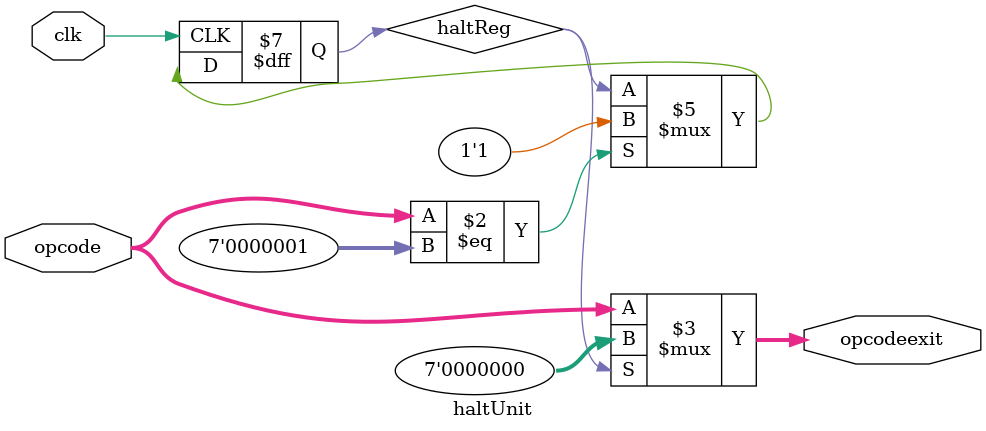
<source format=sv>
`timescale 1ns / 1ps

module haltUnit (

	input logic clk,
        input logic [6:0] opcode,
        output logic [6:0] opcodeexit
    
);

	reg haltReg;
	initial haltReg = 0; 
        
        always @(negedge clk)begin
	 if(opcode == 7'b0000001)haltReg <= 1;
	end

	assign opcodeexit = (haltReg) ? 7'b0 : opcode;

endmodule

</source>
